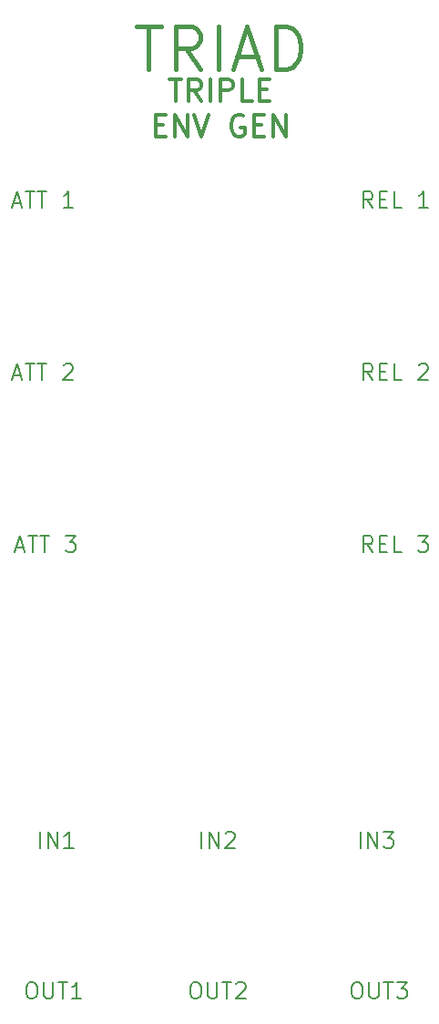
<source format=gbr>
G04 #@! TF.GenerationSoftware,KiCad,Pcbnew,(5.1.5-0)*
G04 #@! TF.CreationDate,2021-01-20T20:47:42-08:00*
G04 #@! TF.ProjectId,triad,74726961-642e-46b6-9963-61645f706362,rev?*
G04 #@! TF.SameCoordinates,Original*
G04 #@! TF.FileFunction,Legend,Top*
G04 #@! TF.FilePolarity,Positive*
%FSLAX46Y46*%
G04 Gerber Fmt 4.6, Leading zero omitted, Abs format (unit mm)*
G04 Created by KiCad (PCBNEW (5.1.5-0)) date 2021-01-20 20:47:42*
%MOMM*%
%LPD*%
G04 APERTURE LIST*
%ADD10C,0.200000*%
%ADD11C,0.300000*%
%ADD12C,0.400000*%
G04 APERTURE END LIST*
D10*
X32785714Y-90178571D02*
X33071428Y-90178571D01*
X33214285Y-90250000D01*
X33357142Y-90392857D01*
X33428571Y-90678571D01*
X33428571Y-91178571D01*
X33357142Y-91464285D01*
X33214285Y-91607142D01*
X33071428Y-91678571D01*
X32785714Y-91678571D01*
X32642857Y-91607142D01*
X32500000Y-91464285D01*
X32428571Y-91178571D01*
X32428571Y-90678571D01*
X32500000Y-90392857D01*
X32642857Y-90250000D01*
X32785714Y-90178571D01*
X34071428Y-90178571D02*
X34071428Y-91392857D01*
X34142857Y-91535714D01*
X34214285Y-91607142D01*
X34357142Y-91678571D01*
X34642857Y-91678571D01*
X34785714Y-91607142D01*
X34857142Y-91535714D01*
X34928571Y-91392857D01*
X34928571Y-90178571D01*
X35428571Y-90178571D02*
X36285714Y-90178571D01*
X35857142Y-91678571D02*
X35857142Y-90178571D01*
X36642857Y-90178571D02*
X37571428Y-90178571D01*
X37071428Y-90750000D01*
X37285714Y-90750000D01*
X37428571Y-90821428D01*
X37500000Y-90892857D01*
X37571428Y-91035714D01*
X37571428Y-91392857D01*
X37500000Y-91535714D01*
X37428571Y-91607142D01*
X37285714Y-91678571D01*
X36857142Y-91678571D01*
X36714285Y-91607142D01*
X36642857Y-91535714D01*
X17785714Y-90178571D02*
X18071428Y-90178571D01*
X18214285Y-90250000D01*
X18357142Y-90392857D01*
X18428571Y-90678571D01*
X18428571Y-91178571D01*
X18357142Y-91464285D01*
X18214285Y-91607142D01*
X18071428Y-91678571D01*
X17785714Y-91678571D01*
X17642857Y-91607142D01*
X17500000Y-91464285D01*
X17428571Y-91178571D01*
X17428571Y-90678571D01*
X17500000Y-90392857D01*
X17642857Y-90250000D01*
X17785714Y-90178571D01*
X19071428Y-90178571D02*
X19071428Y-91392857D01*
X19142857Y-91535714D01*
X19214285Y-91607142D01*
X19357142Y-91678571D01*
X19642857Y-91678571D01*
X19785714Y-91607142D01*
X19857142Y-91535714D01*
X19928571Y-91392857D01*
X19928571Y-90178571D01*
X20428571Y-90178571D02*
X21285714Y-90178571D01*
X20857142Y-91678571D02*
X20857142Y-90178571D01*
X21714285Y-90321428D02*
X21785714Y-90250000D01*
X21928571Y-90178571D01*
X22285714Y-90178571D01*
X22428571Y-90250000D01*
X22500000Y-90321428D01*
X22571428Y-90464285D01*
X22571428Y-90607142D01*
X22500000Y-90821428D01*
X21642857Y-91678571D01*
X22571428Y-91678571D01*
X2535714Y-90178571D02*
X2821428Y-90178571D01*
X2964285Y-90250000D01*
X3107142Y-90392857D01*
X3178571Y-90678571D01*
X3178571Y-91178571D01*
X3107142Y-91464285D01*
X2964285Y-91607142D01*
X2821428Y-91678571D01*
X2535714Y-91678571D01*
X2392857Y-91607142D01*
X2250000Y-91464285D01*
X2178571Y-91178571D01*
X2178571Y-90678571D01*
X2250000Y-90392857D01*
X2392857Y-90250000D01*
X2535714Y-90178571D01*
X3821428Y-90178571D02*
X3821428Y-91392857D01*
X3892857Y-91535714D01*
X3964285Y-91607142D01*
X4107142Y-91678571D01*
X4392857Y-91678571D01*
X4535714Y-91607142D01*
X4607142Y-91535714D01*
X4678571Y-91392857D01*
X4678571Y-90178571D01*
X5178571Y-90178571D02*
X6035714Y-90178571D01*
X5607142Y-91678571D02*
X5607142Y-90178571D01*
X7321428Y-91678571D02*
X6464285Y-91678571D01*
X6892857Y-91678571D02*
X6892857Y-90178571D01*
X6750000Y-90392857D01*
X6607142Y-90535714D01*
X6464285Y-90607142D01*
X3500000Y-77678571D02*
X3500000Y-76178571D01*
X4214285Y-77678571D02*
X4214285Y-76178571D01*
X5071428Y-77678571D01*
X5071428Y-76178571D01*
X6571428Y-77678571D02*
X5714285Y-77678571D01*
X6142857Y-77678571D02*
X6142857Y-76178571D01*
X6000000Y-76392857D01*
X5857142Y-76535714D01*
X5714285Y-76607142D01*
X18500000Y-77678571D02*
X18500000Y-76178571D01*
X19214285Y-77678571D02*
X19214285Y-76178571D01*
X20071428Y-77678571D01*
X20071428Y-76178571D01*
X20714285Y-76321428D02*
X20785714Y-76250000D01*
X20928571Y-76178571D01*
X21285714Y-76178571D01*
X21428571Y-76250000D01*
X21500000Y-76321428D01*
X21571428Y-76464285D01*
X21571428Y-76607142D01*
X21500000Y-76821428D01*
X20642857Y-77678571D01*
X21571428Y-77678571D01*
X33250000Y-77678571D02*
X33250000Y-76178571D01*
X33964285Y-77678571D02*
X33964285Y-76178571D01*
X34821428Y-77678571D01*
X34821428Y-76178571D01*
X35392857Y-76178571D02*
X36321428Y-76178571D01*
X35821428Y-76750000D01*
X36035714Y-76750000D01*
X36178571Y-76821428D01*
X36250000Y-76892857D01*
X36321428Y-77035714D01*
X36321428Y-77392857D01*
X36250000Y-77535714D01*
X36178571Y-77607142D01*
X36035714Y-77678571D01*
X35607142Y-77678571D01*
X35464285Y-77607142D01*
X35392857Y-77535714D01*
X34392857Y-50178571D02*
X33892857Y-49464285D01*
X33535714Y-50178571D02*
X33535714Y-48678571D01*
X34107142Y-48678571D01*
X34250000Y-48750000D01*
X34321428Y-48821428D01*
X34392857Y-48964285D01*
X34392857Y-49178571D01*
X34321428Y-49321428D01*
X34250000Y-49392857D01*
X34107142Y-49464285D01*
X33535714Y-49464285D01*
X35035714Y-49392857D02*
X35535714Y-49392857D01*
X35750000Y-50178571D02*
X35035714Y-50178571D01*
X35035714Y-48678571D01*
X35750000Y-48678571D01*
X37107142Y-50178571D02*
X36392857Y-50178571D01*
X36392857Y-48678571D01*
X38607142Y-48678571D02*
X39535714Y-48678571D01*
X39035714Y-49250000D01*
X39250000Y-49250000D01*
X39392857Y-49321428D01*
X39464285Y-49392857D01*
X39535714Y-49535714D01*
X39535714Y-49892857D01*
X39464285Y-50035714D01*
X39392857Y-50107142D01*
X39250000Y-50178571D01*
X38821428Y-50178571D01*
X38678571Y-50107142D01*
X38607142Y-50035714D01*
X1214285Y-49750000D02*
X1928571Y-49750000D01*
X1071428Y-50178571D02*
X1571428Y-48678571D01*
X2071428Y-50178571D01*
X2357142Y-48678571D02*
X3214285Y-48678571D01*
X2785714Y-50178571D02*
X2785714Y-48678571D01*
X3499999Y-48678571D02*
X4357142Y-48678571D01*
X3928571Y-50178571D02*
X3928571Y-48678571D01*
X5857142Y-48678571D02*
X6785714Y-48678571D01*
X6285714Y-49250000D01*
X6500000Y-49250000D01*
X6642857Y-49321428D01*
X6714285Y-49392857D01*
X6785714Y-49535714D01*
X6785714Y-49892857D01*
X6714285Y-50035714D01*
X6642857Y-50107142D01*
X6500000Y-50178571D01*
X6071428Y-50178571D01*
X5928571Y-50107142D01*
X5857142Y-50035714D01*
X964285Y-33750000D02*
X1678571Y-33750000D01*
X821428Y-34178571D02*
X1321428Y-32678571D01*
X1821428Y-34178571D01*
X2107142Y-32678571D02*
X2964285Y-32678571D01*
X2535714Y-34178571D02*
X2535714Y-32678571D01*
X3249999Y-32678571D02*
X4107142Y-32678571D01*
X3678571Y-34178571D02*
X3678571Y-32678571D01*
X5678571Y-32821428D02*
X5750000Y-32750000D01*
X5892857Y-32678571D01*
X6250000Y-32678571D01*
X6392857Y-32750000D01*
X6464285Y-32821428D01*
X6535714Y-32964285D01*
X6535714Y-33107142D01*
X6464285Y-33321428D01*
X5607142Y-34178571D01*
X6535714Y-34178571D01*
X34392857Y-34178571D02*
X33892857Y-33464285D01*
X33535714Y-34178571D02*
X33535714Y-32678571D01*
X34107142Y-32678571D01*
X34250000Y-32750000D01*
X34321428Y-32821428D01*
X34392857Y-32964285D01*
X34392857Y-33178571D01*
X34321428Y-33321428D01*
X34250000Y-33392857D01*
X34107142Y-33464285D01*
X33535714Y-33464285D01*
X35035714Y-33392857D02*
X35535714Y-33392857D01*
X35750000Y-34178571D02*
X35035714Y-34178571D01*
X35035714Y-32678571D01*
X35750000Y-32678571D01*
X37107142Y-34178571D02*
X36392857Y-34178571D01*
X36392857Y-32678571D01*
X38678571Y-32821428D02*
X38750000Y-32750000D01*
X38892857Y-32678571D01*
X39250000Y-32678571D01*
X39392857Y-32750000D01*
X39464285Y-32821428D01*
X39535714Y-32964285D01*
X39535714Y-33107142D01*
X39464285Y-33321428D01*
X38607142Y-34178571D01*
X39535714Y-34178571D01*
X34392857Y-18178571D02*
X33892857Y-17464285D01*
X33535714Y-18178571D02*
X33535714Y-16678571D01*
X34107142Y-16678571D01*
X34250000Y-16750000D01*
X34321428Y-16821428D01*
X34392857Y-16964285D01*
X34392857Y-17178571D01*
X34321428Y-17321428D01*
X34250000Y-17392857D01*
X34107142Y-17464285D01*
X33535714Y-17464285D01*
X35035714Y-17392857D02*
X35535714Y-17392857D01*
X35750000Y-18178571D02*
X35035714Y-18178571D01*
X35035714Y-16678571D01*
X35750000Y-16678571D01*
X37107142Y-18178571D02*
X36392857Y-18178571D01*
X36392857Y-16678571D01*
X39535714Y-18178571D02*
X38678571Y-18178571D01*
X39107142Y-18178571D02*
X39107142Y-16678571D01*
X38964285Y-16892857D01*
X38821428Y-17035714D01*
X38678571Y-17107142D01*
X964285Y-17750000D02*
X1678571Y-17750000D01*
X821428Y-18178571D02*
X1321428Y-16678571D01*
X1821428Y-18178571D01*
X2107142Y-16678571D02*
X2964285Y-16678571D01*
X2535714Y-18178571D02*
X2535714Y-16678571D01*
X3249999Y-16678571D02*
X4107142Y-16678571D01*
X3678571Y-18178571D02*
X3678571Y-16678571D01*
X6535714Y-18178571D02*
X5678571Y-18178571D01*
X6107142Y-18178571D02*
X6107142Y-16678571D01*
X5964285Y-16892857D01*
X5821428Y-17035714D01*
X5678571Y-17107142D01*
D11*
X15488095Y-6254761D02*
X16630952Y-6254761D01*
X16059523Y-8254761D02*
X16059523Y-6254761D01*
X18440476Y-8254761D02*
X17773809Y-7302380D01*
X17297619Y-8254761D02*
X17297619Y-6254761D01*
X18059523Y-6254761D01*
X18250000Y-6350000D01*
X18345238Y-6445238D01*
X18440476Y-6635714D01*
X18440476Y-6921428D01*
X18345238Y-7111904D01*
X18250000Y-7207142D01*
X18059523Y-7302380D01*
X17297619Y-7302380D01*
X19297619Y-8254761D02*
X19297619Y-6254761D01*
X20250000Y-8254761D02*
X20250000Y-6254761D01*
X21011904Y-6254761D01*
X21202380Y-6350000D01*
X21297619Y-6445238D01*
X21392857Y-6635714D01*
X21392857Y-6921428D01*
X21297619Y-7111904D01*
X21202380Y-7207142D01*
X21011904Y-7302380D01*
X20250000Y-7302380D01*
X23202380Y-8254761D02*
X22250000Y-8254761D01*
X22250000Y-6254761D01*
X23869047Y-7207142D02*
X24535714Y-7207142D01*
X24821428Y-8254761D02*
X23869047Y-8254761D01*
X23869047Y-6254761D01*
X24821428Y-6254761D01*
X14202380Y-10507142D02*
X14869047Y-10507142D01*
X15154761Y-11554761D02*
X14202380Y-11554761D01*
X14202380Y-9554761D01*
X15154761Y-9554761D01*
X16011904Y-11554761D02*
X16011904Y-9554761D01*
X17154761Y-11554761D01*
X17154761Y-9554761D01*
X17821428Y-9554761D02*
X18488095Y-11554761D01*
X19154761Y-9554761D01*
X22392857Y-9650000D02*
X22202380Y-9554761D01*
X21916666Y-9554761D01*
X21630952Y-9650000D01*
X21440476Y-9840476D01*
X21345238Y-10030952D01*
X21250000Y-10411904D01*
X21250000Y-10697619D01*
X21345238Y-11078571D01*
X21440476Y-11269047D01*
X21630952Y-11459523D01*
X21916666Y-11554761D01*
X22107142Y-11554761D01*
X22392857Y-11459523D01*
X22488095Y-11364285D01*
X22488095Y-10697619D01*
X22107142Y-10697619D01*
X23345238Y-10507142D02*
X24011904Y-10507142D01*
X24297619Y-11554761D02*
X23345238Y-11554761D01*
X23345238Y-9554761D01*
X24297619Y-9554761D01*
X25154761Y-11554761D02*
X25154761Y-9554761D01*
X26297619Y-11554761D01*
X26297619Y-9554761D01*
D12*
X12440476Y-1309523D02*
X14726190Y-1309523D01*
X13583333Y-5309523D02*
X13583333Y-1309523D01*
X18345238Y-5309523D02*
X17011904Y-3404761D01*
X16059523Y-5309523D02*
X16059523Y-1309523D01*
X17583333Y-1309523D01*
X17964285Y-1500000D01*
X18154761Y-1690476D01*
X18345238Y-2071428D01*
X18345238Y-2642857D01*
X18154761Y-3023809D01*
X17964285Y-3214285D01*
X17583333Y-3404761D01*
X16059523Y-3404761D01*
X20059523Y-5309523D02*
X20059523Y-1309523D01*
X21773809Y-4166666D02*
X23678571Y-4166666D01*
X21392857Y-5309523D02*
X22726190Y-1309523D01*
X24059523Y-5309523D01*
X25392857Y-5309523D02*
X25392857Y-1309523D01*
X26345238Y-1309523D01*
X26916666Y-1500000D01*
X27297619Y-1880952D01*
X27488095Y-2261904D01*
X27678571Y-3023809D01*
X27678571Y-3595238D01*
X27488095Y-4357142D01*
X27297619Y-4738095D01*
X26916666Y-5119047D01*
X26345238Y-5309523D01*
X25392857Y-5309523D01*
M02*

</source>
